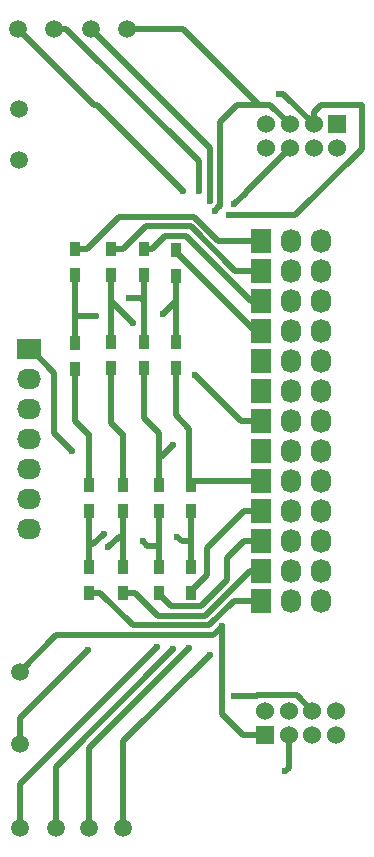
<source format=gbr>
G04 #@! TF.FileFunction,Copper,L1,Top,Signal*
%FSLAX46Y46*%
G04 Gerber Fmt 4.6, Leading zero omitted, Abs format (unit mm)*
G04 Created by KiCad (PCBNEW 4.0.2+dfsg1-stable) date Wed 09 May 2018 11:30:02 PM PDT*
%MOMM*%
G01*
G04 APERTURE LIST*
%ADD10C,0.100000*%
%ADD11R,2.032000X1.727200*%
%ADD12O,2.032000X1.727200*%
%ADD13R,1.727200X2.032000*%
%ADD14O,1.727200X2.032000*%
%ADD15R,0.900000X1.200000*%
%ADD16C,1.500000*%
%ADD17R,1.524000X1.524000*%
%ADD18C,1.524000*%
%ADD19C,0.600000*%
%ADD20C,0.500000*%
G04 APERTURE END LIST*
D10*
D11*
X153576020Y-91567000D03*
D12*
X153576020Y-94107000D03*
X153576020Y-96647000D03*
X153576020Y-99187000D03*
X153576020Y-101727000D03*
X153576020Y-104267000D03*
X153576020Y-106807000D03*
D13*
X173156020Y-92532000D03*
D14*
X175696020Y-92532000D03*
X178236020Y-92532000D03*
D13*
X173156020Y-95072000D03*
D14*
X175696020Y-95072000D03*
X178236020Y-95072000D03*
D13*
X173156020Y-100152000D03*
D14*
X175696020Y-100152000D03*
X178236020Y-100152000D03*
D13*
X173156020Y-107772000D03*
D14*
X175696020Y-107772000D03*
X178236020Y-107772000D03*
D13*
X173156020Y-105232000D03*
D14*
X175696020Y-105232000D03*
X178236020Y-105232000D03*
D13*
X173156020Y-84912000D03*
D14*
X175696020Y-84912000D03*
X178236020Y-84912000D03*
D13*
X173156020Y-82372000D03*
D14*
X175696020Y-82372000D03*
X178236020Y-82372000D03*
D13*
X173156020Y-102692000D03*
D14*
X175696020Y-102692000D03*
X178236020Y-102692000D03*
D13*
X173156020Y-87452000D03*
D14*
X175696020Y-87452000D03*
X178236020Y-87452000D03*
D13*
X173156020Y-89992000D03*
D14*
X175696020Y-89992000D03*
X178236020Y-89992000D03*
D13*
X173156020Y-112852000D03*
D14*
X175696020Y-112852000D03*
X178236020Y-112852000D03*
D13*
X173156020Y-110312000D03*
D14*
X175696020Y-110312000D03*
X178236020Y-110312000D03*
D13*
X173156020Y-97612000D03*
D14*
X175696020Y-97612000D03*
X178236020Y-97612000D03*
D15*
X157480000Y-85301000D03*
X157480000Y-83101000D03*
X160528000Y-85301000D03*
X160528000Y-83101000D03*
X163322000Y-85301000D03*
X163322000Y-83101000D03*
X165989000Y-85344000D03*
X165989000Y-83144000D03*
X158623000Y-109982000D03*
X158623000Y-112182000D03*
X161544000Y-109982000D03*
X161544000Y-112182000D03*
X164592000Y-109982000D03*
X164592000Y-112182000D03*
X167259000Y-109982000D03*
X167259000Y-112182000D03*
X157480000Y-93218000D03*
X157480000Y-91018000D03*
X160528000Y-93175000D03*
X160528000Y-90975000D03*
X163322000Y-93175000D03*
X163322000Y-90975000D03*
X165989000Y-93175000D03*
X165989000Y-90975000D03*
X158623000Y-105283000D03*
X158623000Y-103083000D03*
X161544000Y-105283000D03*
X161544000Y-103083000D03*
X164592000Y-105240000D03*
X164592000Y-103040000D03*
X167259000Y-105240000D03*
X167259000Y-103040000D03*
D16*
X152603200Y-64465200D03*
X155651200Y-64465200D03*
X158826200Y-64465200D03*
X161874200Y-64465200D03*
X152781000Y-132080000D03*
X155829000Y-132080000D03*
X158623000Y-132080000D03*
X161544000Y-132080000D03*
X152730200Y-71221600D03*
X152781000Y-124968000D03*
X152679400Y-75514200D03*
X152781000Y-118872000D03*
D17*
X179657000Y-72533000D03*
D18*
X177657000Y-72533000D03*
X175657000Y-72533000D03*
X173657000Y-72533000D03*
X179657000Y-74533000D03*
X177657000Y-74533000D03*
X175657000Y-74533000D03*
X173657000Y-74533000D03*
D17*
X173530000Y-124190000D03*
D18*
X175530000Y-124190000D03*
X177530000Y-124190000D03*
X179530000Y-124190000D03*
X173530000Y-122190000D03*
X175530000Y-122190000D03*
X177530000Y-122190000D03*
X179530000Y-122190000D03*
D19*
X157226000Y-100203000D03*
X167640000Y-93726000D03*
X170928410Y-79298800D03*
X168873241Y-78982199D03*
X170484800Y-80238600D03*
X174752000Y-69951600D03*
X169293607Y-79834640D03*
X167915814Y-78132198D03*
X166608810Y-78181200D03*
X170942000Y-120904000D03*
X167085960Y-116890800D03*
X175260000Y-127254000D03*
X158539180Y-117060980D03*
X168884600Y-117419440D03*
X165760400Y-116973854D03*
X164393560Y-116738400D03*
X169931950Y-115013920D03*
X158623000Y-98806000D03*
X161544000Y-98806000D03*
X165735000Y-99695000D03*
X159258000Y-88773000D03*
X162372040Y-89347040D03*
X162052000Y-87249000D03*
X164912040Y-88579960D03*
X159893000Y-107188000D03*
X160274000Y-108331000D03*
X163195000Y-107823000D03*
X166116000Y-107442000D03*
D20*
X172687000Y-89992000D02*
X173156020Y-89992000D01*
X165989000Y-83294000D02*
X172687000Y-89992000D01*
X165989000Y-83144000D02*
X165989000Y-83294000D01*
X155702000Y-98679000D02*
X155702000Y-93540580D01*
X155702000Y-93540580D02*
X153728420Y-91567000D01*
X153728420Y-91567000D02*
X153576020Y-91567000D01*
X157226000Y-100203000D02*
X155702000Y-98679000D01*
X178236020Y-110312000D02*
X178236020Y-110464400D01*
X173156020Y-84912000D02*
X170990810Y-84912000D01*
X167231810Y-81153000D02*
X163426000Y-81153000D01*
X163426000Y-81153000D02*
X161478000Y-83101000D01*
X170990810Y-84912000D02*
X167231810Y-81153000D01*
X161478000Y-83101000D02*
X160528000Y-83101000D01*
X173156020Y-82372000D02*
X169582196Y-82372000D01*
X158430000Y-83101000D02*
X157480000Y-83101000D01*
X167563185Y-80352989D02*
X161178011Y-80352989D01*
X161178011Y-80352989D02*
X158430000Y-83101000D01*
X169582196Y-82372000D02*
X167563185Y-80352989D01*
X173156020Y-87452000D02*
X172337002Y-87452000D01*
X172337002Y-87452000D02*
X166879001Y-81993999D01*
X166879001Y-81993999D02*
X165098999Y-81993999D01*
X165098999Y-81993999D02*
X163991998Y-83101000D01*
X163991998Y-83101000D02*
X163322000Y-83101000D01*
X171766614Y-105232000D02*
X171792420Y-105232000D01*
X168617990Y-110673010D02*
X168617990Y-108380624D01*
X167259000Y-112032000D02*
X168617990Y-110673010D01*
X171792420Y-105232000D02*
X173156020Y-105232000D01*
X168617990Y-108380624D02*
X171766614Y-105232000D01*
X167259000Y-112182000D02*
X167259000Y-112032000D01*
X164444011Y-114132011D02*
X168480377Y-114132011D01*
X161544000Y-112182000D02*
X162494000Y-112182000D01*
X172300388Y-110312000D02*
X173156020Y-110312000D01*
X162494000Y-112182000D02*
X164444011Y-114132011D01*
X168480377Y-114132011D02*
X172300388Y-110312000D01*
X162323021Y-114932021D02*
X168811753Y-114932021D01*
X158623000Y-112182000D02*
X159573000Y-112182000D01*
X171792420Y-112852000D02*
X173156020Y-112852000D01*
X170891774Y-112852000D02*
X171792420Y-112852000D01*
X168811753Y-114932021D02*
X170891774Y-112852000D01*
X159573000Y-112182000D02*
X162323021Y-114932021D01*
X164592000Y-112332000D02*
X165592001Y-113332001D01*
X164592000Y-112182000D02*
X164592000Y-112332000D01*
X170358000Y-111123002D02*
X170358000Y-109206420D01*
X170358000Y-109206420D02*
X171792420Y-107772000D01*
X171792420Y-107772000D02*
X173156020Y-107772000D01*
X165592001Y-113332001D02*
X168149001Y-113332001D01*
X168149001Y-113332001D02*
X170358000Y-111123002D01*
X167640000Y-93726000D02*
X171526000Y-97612000D01*
X171526000Y-97612000D02*
X173156020Y-97612000D01*
X171919010Y-78270990D02*
X171919010Y-78308200D01*
X171919010Y-78308200D02*
X170928410Y-79298800D01*
X171919010Y-78270990D02*
X175657000Y-74533000D01*
X168873241Y-78557935D02*
X168873241Y-78982199D01*
X168873241Y-74512241D02*
X168873241Y-78557935D01*
X158826200Y-64465200D02*
X168873241Y-74512241D01*
X177657000Y-72533000D02*
X177657000Y-71455370D01*
X177657000Y-71455370D02*
X178249371Y-70862999D01*
X178249371Y-70862999D02*
X181733999Y-70862999D01*
X181737000Y-70866000D02*
X181737000Y-74614402D01*
X181733999Y-70862999D02*
X181737000Y-70866000D01*
X181737000Y-74614402D02*
X176112802Y-80238600D01*
X176112802Y-80238600D02*
X170484800Y-80238600D01*
X174752000Y-69951600D02*
X175075600Y-69951600D01*
X175075600Y-69951600D02*
X177657000Y-72533000D01*
X172996399Y-70862999D02*
X173986999Y-70862999D01*
X173986999Y-70862999D02*
X175657000Y-72533000D01*
X166598600Y-64465200D02*
X172996399Y-70862999D01*
X172996399Y-70862999D02*
X171184399Y-70862999D01*
X161874200Y-64465200D02*
X166598600Y-64465200D01*
X169593606Y-79534641D02*
X169293607Y-79834640D01*
X169723243Y-72324155D02*
X169723243Y-79405004D01*
X171184399Y-70862999D02*
X169723243Y-72324155D01*
X169723243Y-79405004D02*
X169593606Y-79534641D01*
X167915814Y-75669154D02*
X167915814Y-77707934D01*
X156711860Y-64465200D02*
X167915814Y-75669154D01*
X155651200Y-64465200D02*
X156711860Y-64465200D01*
X167915814Y-77707934D02*
X167915814Y-78132198D01*
X159029400Y-70891400D02*
X159319010Y-70891400D01*
X159319010Y-70891400D02*
X166608810Y-78181200D01*
X152603200Y-64465200D02*
X159029400Y-70891400D01*
X172900239Y-120877999D02*
X176149000Y-120877999D01*
X176217999Y-120877999D02*
X176149000Y-120877999D01*
X177530000Y-122190000D02*
X176217999Y-120877999D01*
X170942000Y-120904000D02*
X172874238Y-120904000D01*
X172874238Y-120904000D02*
X172900239Y-120877999D01*
X158623000Y-132080000D02*
X158623000Y-125353760D01*
X158623000Y-125353760D02*
X167085960Y-116890800D01*
X175530000Y-126984000D02*
X175530000Y-124190000D01*
X175260000Y-127254000D02*
X175530000Y-126984000D01*
X175530000Y-124698000D02*
X175530000Y-124190000D01*
X152781000Y-124968000D02*
X152781000Y-122819160D01*
X152781000Y-122819160D02*
X158539180Y-117060980D01*
X161544000Y-124760040D02*
X168884600Y-117419440D01*
X161544000Y-132080000D02*
X161544000Y-124760040D01*
X155829000Y-126905254D02*
X165760400Y-116973854D01*
X155829000Y-132080000D02*
X155829000Y-126905254D01*
X152781000Y-132080000D02*
X152781000Y-128350960D01*
X152781000Y-128350960D02*
X164393560Y-116738400D01*
X169931950Y-115013920D02*
X169931950Y-122422050D01*
X171699900Y-124190000D02*
X173530000Y-124190000D01*
X169931950Y-122422050D02*
X171699900Y-124190000D01*
X169631951Y-115313919D02*
X169931950Y-115013920D01*
X152781000Y-118872000D02*
X155854400Y-115798600D01*
X169147270Y-115798600D02*
X169631951Y-115313919D01*
X168605200Y-115798600D02*
X169147270Y-115798600D01*
X155854400Y-115798600D02*
X168605200Y-115798600D01*
X158623000Y-98806000D02*
X157480000Y-97663000D01*
X157480000Y-97663000D02*
X157480000Y-93218000D01*
X158623000Y-103083000D02*
X158623000Y-98806000D01*
X160528000Y-97790000D02*
X161544000Y-98806000D01*
X161544000Y-98806000D02*
X161544000Y-103083000D01*
X160528000Y-93175000D02*
X160528000Y-97790000D01*
X164592000Y-100711000D02*
X164592000Y-100965000D01*
X164592000Y-98679000D02*
X164592000Y-100711000D01*
X164592000Y-100711000D02*
X164719000Y-100711000D01*
X164719000Y-100711000D02*
X165735000Y-99695000D01*
X164592000Y-100965000D02*
X164592000Y-103040000D01*
X163322000Y-97409000D02*
X164592000Y-98679000D01*
X163322000Y-93175000D02*
X163322000Y-97409000D01*
X173156020Y-102692000D02*
X167480000Y-102692000D01*
X167480000Y-102692000D02*
X167132000Y-103040000D01*
X165989000Y-97155000D02*
X167132000Y-98298000D01*
X167132000Y-98298000D02*
X167132000Y-103040000D01*
X165989000Y-93175000D02*
X165989000Y-97155000D01*
X157480000Y-88773000D02*
X159258000Y-88773000D01*
X157480000Y-91018000D02*
X157480000Y-88773000D01*
X157480000Y-88773000D02*
X157480000Y-85301000D01*
X160528000Y-87503000D02*
X162372040Y-89347040D01*
X160528000Y-89875000D02*
X160528000Y-87503000D01*
X160528000Y-87503000D02*
X160528000Y-85301000D01*
X160528000Y-90975000D02*
X160528000Y-89875000D01*
X162052000Y-87249000D02*
X163068000Y-87249000D01*
X163068000Y-87249000D02*
X163322000Y-87503000D01*
X163322000Y-90975000D02*
X163322000Y-87503000D01*
X163322000Y-87503000D02*
X163322000Y-85301000D01*
X165989000Y-87503000D02*
X164912040Y-88579960D01*
X165989000Y-87503000D02*
X165989000Y-90975000D01*
X165989000Y-86444000D02*
X165989000Y-87503000D01*
X165989000Y-85344000D02*
X165989000Y-86444000D01*
X158623000Y-108077000D02*
X158623000Y-107442000D01*
X158623000Y-109982000D02*
X158623000Y-108077000D01*
X158623000Y-108077000D02*
X159004000Y-108077000D01*
X159004000Y-108077000D02*
X159893000Y-107188000D01*
X158623000Y-107442000D02*
X158623000Y-105283000D01*
X160274000Y-108331000D02*
X161163000Y-107442000D01*
X161163000Y-107442000D02*
X161544000Y-107442000D01*
X161544000Y-109982000D02*
X161544000Y-107442000D01*
X161544000Y-107442000D02*
X161544000Y-105283000D01*
X164592000Y-108204000D02*
X163576000Y-108204000D01*
X163576000Y-108204000D02*
X163195000Y-107823000D01*
X164592000Y-109982000D02*
X164592000Y-108204000D01*
X164592000Y-108204000D02*
X164592000Y-105240000D01*
X167259000Y-107823000D02*
X166497000Y-107823000D01*
X166497000Y-107823000D02*
X166116000Y-107442000D01*
X167259000Y-109982000D02*
X167259000Y-107823000D01*
X167259000Y-107823000D02*
X167259000Y-105367000D01*
M02*

</source>
